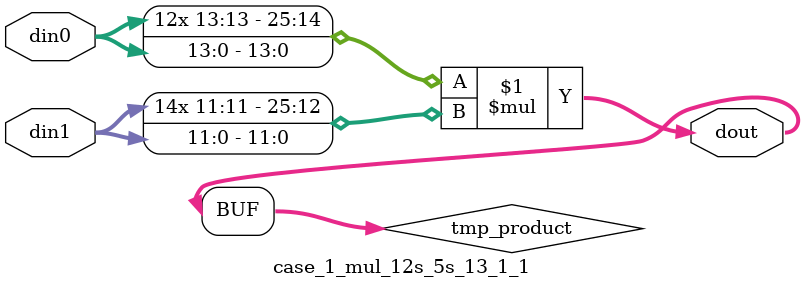
<source format=v>

`timescale 1 ns / 1 ps

 module case_1_mul_12s_5s_13_1_1(din0, din1, dout);
parameter ID = 1;
parameter NUM_STAGE = 0;
parameter din0_WIDTH = 14;
parameter din1_WIDTH = 12;
parameter dout_WIDTH = 26;

input [din0_WIDTH - 1 : 0] din0; 
input [din1_WIDTH - 1 : 0] din1; 
output [dout_WIDTH - 1 : 0] dout;

wire signed [dout_WIDTH - 1 : 0] tmp_product;



























assign tmp_product = $signed(din0) * $signed(din1);








assign dout = tmp_product;





















endmodule

</source>
